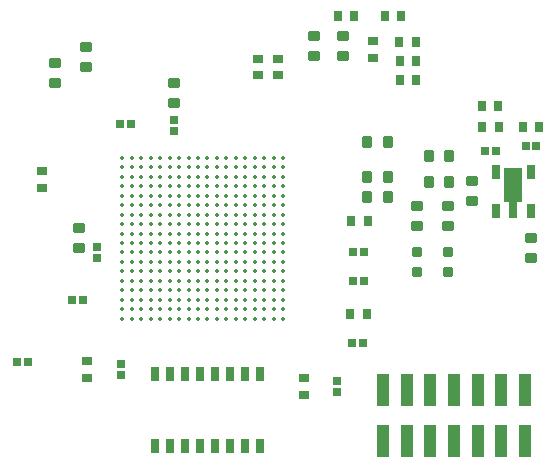
<source format=gtp>
G04*
G04 #@! TF.GenerationSoftware,Altium Limited,Altium Designer,23.3.1 (30)*
G04*
G04 Layer_Color=8421504*
%FSLAX45Y45*%
%MOMM*%
G71*
G04*
G04 #@! TF.SameCoordinates,3C985EEB-511E-42A5-9B31-B82869618DE1*
G04*
G04*
G04 #@! TF.FilePolarity,Positive*
G04*
G01*
G75*
%ADD20R,1.62079X2.92667*%
%ADD21R,0.76000X1.25000*%
%ADD22R,0.68000X1.20000*%
G04:AMPARAMS|DCode=23|XSize=1mm|YSize=0.9mm|CornerRadius=0.1125mm|HoleSize=0mm|Usage=FLASHONLY|Rotation=270.000|XOffset=0mm|YOffset=0mm|HoleType=Round|Shape=RoundedRectangle|*
%AMROUNDEDRECTD23*
21,1,1.00000,0.67500,0,0,270.0*
21,1,0.77500,0.90000,0,0,270.0*
1,1,0.22500,-0.33750,-0.38750*
1,1,0.22500,-0.33750,0.38750*
1,1,0.22500,0.33750,0.38750*
1,1,0.22500,0.33750,-0.38750*
%
%ADD23ROUNDEDRECTD23*%
G04:AMPARAMS|DCode=24|XSize=1mm|YSize=0.9mm|CornerRadius=0.1125mm|HoleSize=0mm|Usage=FLASHONLY|Rotation=180.000|XOffset=0mm|YOffset=0mm|HoleType=Round|Shape=RoundedRectangle|*
%AMROUNDEDRECTD24*
21,1,1.00000,0.67500,0,0,180.0*
21,1,0.77500,0.90000,0,0,180.0*
1,1,0.22500,-0.38750,0.33750*
1,1,0.22500,0.38750,0.33750*
1,1,0.22500,0.38750,-0.33750*
1,1,0.22500,-0.38750,-0.33750*
%
%ADD24ROUNDEDRECTD24*%
%ADD25R,0.92000X0.64000*%
%ADD26R,0.64000X0.64000*%
%ADD27R,1.00000X2.75000*%
%ADD28C,0.35000*%
%ADD29R,0.64000X0.64000*%
%ADD30R,0.75000X0.95000*%
G04:AMPARAMS|DCode=31|XSize=0.8mm|YSize=0.8mm|CornerRadius=0.1mm|HoleSize=0mm|Usage=FLASHONLY|Rotation=270.000|XOffset=0mm|YOffset=0mm|HoleType=Round|Shape=RoundedRectangle|*
%AMROUNDEDRECTD31*
21,1,0.80000,0.60000,0,0,270.0*
21,1,0.60000,0.80000,0,0,270.0*
1,1,0.20000,-0.30000,-0.30000*
1,1,0.20000,-0.30000,0.30000*
1,1,0.20000,0.30000,0.30000*
1,1,0.20000,0.30000,-0.30000*
%
%ADD31ROUNDEDRECTD31*%
%ADD32R,0.95000X0.75000*%
G36*
X13303999Y7248920D02*
X13236000D01*
Y7673920D01*
X13303999D01*
Y7248920D01*
D02*
G37*
D20*
X13271039Y7527753D02*
D03*
D21*
X10237511Y5935000D02*
D03*
X10364511D02*
D03*
X10491511D02*
D03*
X10618511D02*
D03*
X10745511D02*
D03*
X10872511D02*
D03*
X10999511D02*
D03*
X11126511D02*
D03*
Y5320000D02*
D03*
X10999511D02*
D03*
X10872511D02*
D03*
X10745511D02*
D03*
X10618511D02*
D03*
X10491511D02*
D03*
X10364511D02*
D03*
X10237511D02*
D03*
D22*
X13120000Y7308920D02*
D03*
X13420000D02*
D03*
Y7638920D02*
D03*
X13120000D02*
D03*
D23*
X12035000Y7433132D02*
D03*
X12205000D02*
D03*
X12035000Y7896570D02*
D03*
X12205000D02*
D03*
X12035000Y7602159D02*
D03*
X12205000D02*
D03*
X12725000Y7560000D02*
D03*
X12555000D02*
D03*
X12725000Y7774000D02*
D03*
X12555000D02*
D03*
D24*
X11579333Y8790072D02*
D03*
Y8620072D02*
D03*
X11823868Y8792006D02*
D03*
Y8622006D02*
D03*
X12920000Y7397840D02*
D03*
Y7567840D02*
D03*
X13420000Y6915000D02*
D03*
Y7085000D02*
D03*
X10400000Y8398395D02*
D03*
Y8228395D02*
D03*
X12452503Y7184395D02*
D03*
Y7354395D02*
D03*
X12720000Y7184395D02*
D03*
Y7354395D02*
D03*
X9652499Y8526601D02*
D03*
Y8696601D02*
D03*
X9596649Y6995000D02*
D03*
Y7165000D02*
D03*
X9392920Y8396060D02*
D03*
Y8566060D02*
D03*
D25*
X12079036Y8753507D02*
D03*
Y8607507D02*
D03*
D26*
X9945380Y6015502D02*
D03*
Y5923502D02*
D03*
X11778434Y5777858D02*
D03*
Y5869858D02*
D03*
X10393680Y7991760D02*
D03*
Y8083760D02*
D03*
X9747785Y6914000D02*
D03*
Y7006000D02*
D03*
D27*
X12167500Y5367380D02*
D03*
X12367500D02*
D03*
Y5793380D02*
D03*
X12567500Y5367380D02*
D03*
Y5793380D02*
D03*
X12767500Y5367380D02*
D03*
Y5793380D02*
D03*
X12967500Y5367380D02*
D03*
Y5793380D02*
D03*
X13167500Y5367380D02*
D03*
Y5793380D02*
D03*
X13367500Y5367380D02*
D03*
Y5793380D02*
D03*
X12167500D02*
D03*
D28*
X10200000Y7760000D02*
D03*
X11320000Y6400000D02*
D03*
X11240000D02*
D03*
X11160000D02*
D03*
X11080000D02*
D03*
X11000000D02*
D03*
X10920000D02*
D03*
X10840000D02*
D03*
X10760000D02*
D03*
X10680000D02*
D03*
X10600000D02*
D03*
X10520000D02*
D03*
X10440000D02*
D03*
X10360000D02*
D03*
X10280000D02*
D03*
X10200000D02*
D03*
X10120000D02*
D03*
X10040000D02*
D03*
X9960000D02*
D03*
X11320000Y6480000D02*
D03*
X11240000D02*
D03*
X11160000D02*
D03*
X11080000D02*
D03*
X11000000D02*
D03*
X10920000D02*
D03*
X10840000D02*
D03*
X10760000D02*
D03*
X10680000D02*
D03*
X10600000D02*
D03*
X10520000D02*
D03*
X10440000D02*
D03*
X10360000D02*
D03*
X10280000D02*
D03*
X10200000D02*
D03*
X10120000D02*
D03*
X10040000D02*
D03*
X9960000D02*
D03*
X11320000Y6560000D02*
D03*
X11240000D02*
D03*
X11160000D02*
D03*
X11080000D02*
D03*
X11000000D02*
D03*
X10920000D02*
D03*
X10840000D02*
D03*
X10760000D02*
D03*
X10680000D02*
D03*
X10600000D02*
D03*
X10520000D02*
D03*
X10440000D02*
D03*
X10360000D02*
D03*
X10280000D02*
D03*
X10200000D02*
D03*
X10120000D02*
D03*
X10040000D02*
D03*
X9960000D02*
D03*
X11320000Y6640000D02*
D03*
X11240000D02*
D03*
X11160000D02*
D03*
X11080000D02*
D03*
X11000000D02*
D03*
X10920000D02*
D03*
X10840000D02*
D03*
X10760000D02*
D03*
X10680000D02*
D03*
X10600000D02*
D03*
X10520000D02*
D03*
X10440000D02*
D03*
X10360000D02*
D03*
X10280000D02*
D03*
X10200000D02*
D03*
X10120000D02*
D03*
X10040000D02*
D03*
X9960000D02*
D03*
X11320000Y6720000D02*
D03*
X11240000D02*
D03*
X11160000D02*
D03*
X11080000D02*
D03*
X11000000D02*
D03*
X10920000D02*
D03*
X10840000D02*
D03*
X10760000D02*
D03*
X10680000D02*
D03*
X10600000D02*
D03*
X10520000D02*
D03*
X10440000D02*
D03*
X10360000D02*
D03*
X10280000D02*
D03*
X10200000D02*
D03*
X10120000D02*
D03*
X10040000D02*
D03*
X9960000D02*
D03*
X11320000Y6800000D02*
D03*
X11240000D02*
D03*
X11160000D02*
D03*
X11080000D02*
D03*
X11000000D02*
D03*
X10920000D02*
D03*
X10840000D02*
D03*
X10760000D02*
D03*
X10680000D02*
D03*
X10600000D02*
D03*
X10520000D02*
D03*
X10440000D02*
D03*
X10360000D02*
D03*
X10280000D02*
D03*
X10200000D02*
D03*
X10120000D02*
D03*
X10040000D02*
D03*
X9960000D02*
D03*
X11320000Y6880000D02*
D03*
X11240000D02*
D03*
X11160000D02*
D03*
X11080000D02*
D03*
X11000000D02*
D03*
X10920000D02*
D03*
X10840000D02*
D03*
X10760000D02*
D03*
X10680000D02*
D03*
X10600000D02*
D03*
X10520000D02*
D03*
X10440000D02*
D03*
X10360000D02*
D03*
X10280000D02*
D03*
X10200000D02*
D03*
X10120000D02*
D03*
X10040000D02*
D03*
X9960000D02*
D03*
X11320000Y6960000D02*
D03*
X11240000D02*
D03*
X11160000D02*
D03*
X11080000D02*
D03*
X11000000D02*
D03*
X10920000D02*
D03*
X10840000D02*
D03*
X10760000D02*
D03*
X10680000D02*
D03*
X10600000D02*
D03*
X10520000D02*
D03*
X10440000D02*
D03*
X10360000D02*
D03*
X10280000D02*
D03*
X10200000D02*
D03*
X10120000D02*
D03*
X10040000D02*
D03*
X9960000D02*
D03*
X11320000Y7040000D02*
D03*
X11240000D02*
D03*
X11160000D02*
D03*
X11080000D02*
D03*
X11000000D02*
D03*
X10920000D02*
D03*
X10840000D02*
D03*
X10760000D02*
D03*
X10680000D02*
D03*
X10600000D02*
D03*
X10520000D02*
D03*
X10440000D02*
D03*
X10360000D02*
D03*
X10280000D02*
D03*
X10200000D02*
D03*
X10120000D02*
D03*
X10040000D02*
D03*
X9960000D02*
D03*
X11320000Y7120000D02*
D03*
X11240000D02*
D03*
X11160000D02*
D03*
X11080000D02*
D03*
X11000000D02*
D03*
X10920000D02*
D03*
X10840000D02*
D03*
X10760000D02*
D03*
X10680000D02*
D03*
X10600000D02*
D03*
X10520000D02*
D03*
X10440000D02*
D03*
X10360000D02*
D03*
X10280000D02*
D03*
X10200000D02*
D03*
X10120000D02*
D03*
X10040000D02*
D03*
X9960000D02*
D03*
X11320000Y7200000D02*
D03*
X11240000D02*
D03*
X11160000D02*
D03*
X11080000D02*
D03*
X11000000D02*
D03*
X10920000D02*
D03*
X10840000D02*
D03*
X10760000D02*
D03*
X10680000D02*
D03*
X10600000D02*
D03*
X10520000D02*
D03*
X10440000D02*
D03*
X10360000D02*
D03*
X10280000D02*
D03*
X10200000D02*
D03*
X10120000D02*
D03*
X10040000D02*
D03*
X9960000D02*
D03*
X11320000Y7280000D02*
D03*
X11240000D02*
D03*
X11160000D02*
D03*
X11080000D02*
D03*
X11000000D02*
D03*
X10920000D02*
D03*
X10840000D02*
D03*
X10760000D02*
D03*
X10680000D02*
D03*
X10600000D02*
D03*
X10520000D02*
D03*
X10440000D02*
D03*
X10360000D02*
D03*
X10280000D02*
D03*
X10200000D02*
D03*
X10120000D02*
D03*
X10040000D02*
D03*
X9960000D02*
D03*
X11320000Y7360000D02*
D03*
X11240000D02*
D03*
X11160000D02*
D03*
X11080000D02*
D03*
X11000000D02*
D03*
X10920000D02*
D03*
X10840000D02*
D03*
X10760000D02*
D03*
X10680000D02*
D03*
X10600000D02*
D03*
X10520000D02*
D03*
X10440000D02*
D03*
X10360000D02*
D03*
X10280000D02*
D03*
X10200000D02*
D03*
X10120000D02*
D03*
X10040000D02*
D03*
X9960000D02*
D03*
X11320000Y7440000D02*
D03*
X11240000D02*
D03*
X11160000D02*
D03*
X11080000D02*
D03*
X11000000D02*
D03*
X10920000D02*
D03*
X10840000D02*
D03*
X10760000D02*
D03*
X10680000D02*
D03*
X10600000D02*
D03*
X10520000D02*
D03*
X10440000D02*
D03*
X10360000D02*
D03*
X10280000D02*
D03*
X10200000D02*
D03*
X10120000D02*
D03*
X10040000D02*
D03*
X9960000D02*
D03*
X11320000Y7520000D02*
D03*
X11240000D02*
D03*
X11160000D02*
D03*
X11080000D02*
D03*
X11000000D02*
D03*
X10920000D02*
D03*
X10840000D02*
D03*
X10760000D02*
D03*
X10680000D02*
D03*
X10600000D02*
D03*
X10520000D02*
D03*
X10440000D02*
D03*
X10360000D02*
D03*
X10280000D02*
D03*
X10200000D02*
D03*
X10120000D02*
D03*
X10040000D02*
D03*
X9960000D02*
D03*
X11320000Y7600000D02*
D03*
X11240000D02*
D03*
X11160000D02*
D03*
X11080000D02*
D03*
X11000000D02*
D03*
X10920000D02*
D03*
X10840000D02*
D03*
X10760000D02*
D03*
X10680000D02*
D03*
X10600000D02*
D03*
X10520000D02*
D03*
X10440000D02*
D03*
X10360000D02*
D03*
X10280000D02*
D03*
X10200000D02*
D03*
X10120000D02*
D03*
X10040000D02*
D03*
X9960000D02*
D03*
X11320000Y7680000D02*
D03*
X11240000D02*
D03*
X11160000D02*
D03*
X11080000D02*
D03*
X11000000D02*
D03*
X10920000D02*
D03*
X10840000D02*
D03*
X10760000D02*
D03*
X10680000D02*
D03*
X10600000D02*
D03*
X10520000D02*
D03*
X10440000D02*
D03*
X10360000D02*
D03*
X10280000D02*
D03*
X10200000D02*
D03*
X10120000D02*
D03*
X10040000D02*
D03*
X9960000D02*
D03*
X11320000Y7760000D02*
D03*
X11240000D02*
D03*
X11160000D02*
D03*
X11080000D02*
D03*
X11000000D02*
D03*
X10920000D02*
D03*
X10840000D02*
D03*
X10760000D02*
D03*
X10680000D02*
D03*
X10600000D02*
D03*
X10520000D02*
D03*
X10440000D02*
D03*
X10360000D02*
D03*
X10280000D02*
D03*
X10120000D02*
D03*
X10040000D02*
D03*
X9960000D02*
D03*
D29*
X13125999Y7816568D02*
D03*
X13034000D02*
D03*
X13374001Y7862858D02*
D03*
X13466000D02*
D03*
X9530600Y6560000D02*
D03*
X9622600D02*
D03*
X12001780Y6720000D02*
D03*
X11909780D02*
D03*
X10029431Y8047002D02*
D03*
X9937431D02*
D03*
X9068000Y6033920D02*
D03*
X9160000D02*
D03*
X11996779Y6194893D02*
D03*
X11904779D02*
D03*
X12006000Y6960000D02*
D03*
X11914000D02*
D03*
D30*
X13144852Y8021443D02*
D03*
X13004851D02*
D03*
X13143294Y8199805D02*
D03*
X13003294D02*
D03*
X13350000Y8021443D02*
D03*
X13489999D02*
D03*
X11922499Y8960000D02*
D03*
X11782499D02*
D03*
X12320000D02*
D03*
X12180000D02*
D03*
X12030000Y6440000D02*
D03*
X11890000D02*
D03*
X12039056Y7226568D02*
D03*
X11899056D02*
D03*
X12449481Y8420990D02*
D03*
X12309481D02*
D03*
X12448546Y8579038D02*
D03*
X12308546D02*
D03*
X12445229Y8739380D02*
D03*
X12305229D02*
D03*
D31*
X12452503Y6795000D02*
D03*
Y6965000D02*
D03*
X12720000Y6795000D02*
D03*
Y6965000D02*
D03*
D32*
X11497977Y5755685D02*
D03*
Y5895685D02*
D03*
X9280000Y7506568D02*
D03*
Y7646568D02*
D03*
X9656395Y5898368D02*
D03*
Y6038368D02*
D03*
X11274478Y8600000D02*
D03*
Y8460000D02*
D03*
X11110986Y8600000D02*
D03*
Y8460000D02*
D03*
M02*

</source>
